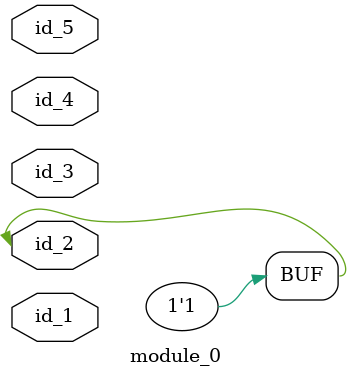
<source format=v>
module module_0 (
    id_1,
    id_2,
    id_3,
    id_4,
    id_5
);
  inout id_5;
  inout id_4;
  inout id_3;
  inout id_2;
  input id_1;
  generate
    assign id_2 = 1;
  endgenerate
endmodule

</source>
